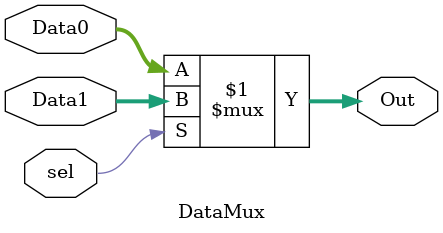
<source format=v>

module DataMux(Data0,Data1,sel,Out);


input [31:0] Data1,Data0;
input sel;

output [31:0] Out;

assign Out=sel?Data1:Data0;

endmodule

</source>
